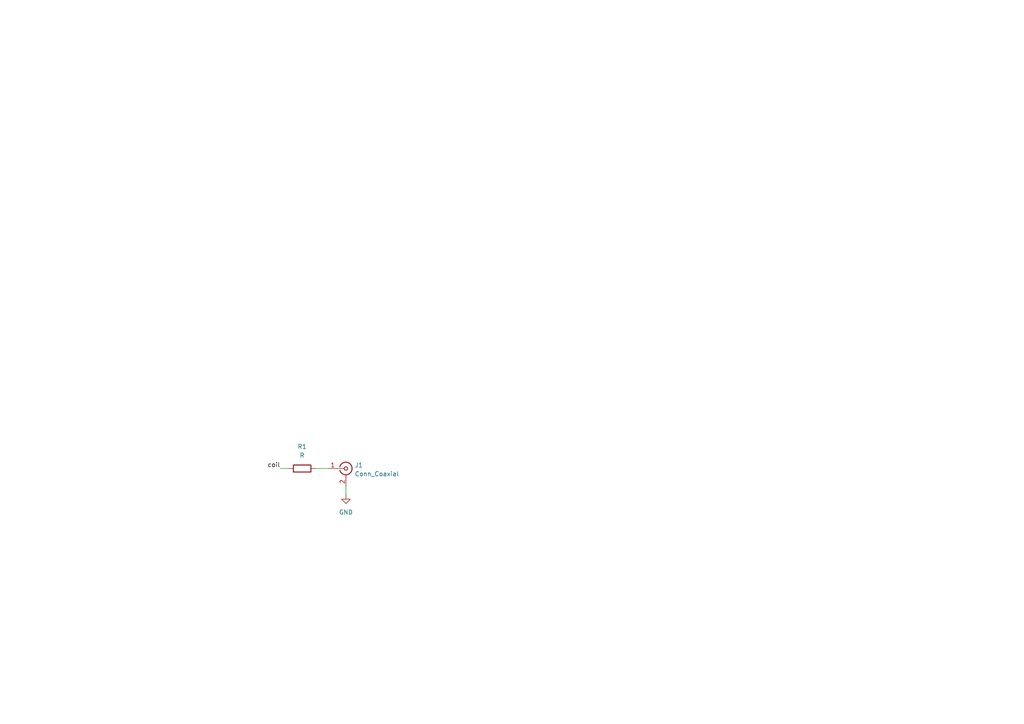
<source format=kicad_sch>
(kicad_sch (version 20211123) (generator eeschema)
  (paper "A4")
  (lib_symbols
    (symbol "Connector:Conn_Coaxial" (pin_names (offset 1.016) hide)
      (property "Reference" "J" (at 0.254 3.048 0))
      (property "Value" "Conn_Coaxial" (at 2.921 0 90))
      (symbol "Conn_Coaxial_0_1"
        (arc (start -1.778 -0.508) (mid 0.2311 -1.8066) (end 1.778 0) (stroke (width 0.254)))
        (polyline (pts (xy -2.54 0) (xy -0.508 0)))
        (polyline (pts (xy 0 -2.54) (xy 0 -1.778)))
        (circle (center 0 0) (radius 0.508) (stroke (width 0.2032)))
        (arc (start 1.778 0) (mid 0.2099 1.8101) (end -1.778 0.508) (stroke (width 0.254)))
      )
      (symbol "Conn_Coaxial_1_1"
        (pin passive line (at -5.08 0 0) (length 2.54) (name "In") (number "1"))
        (pin passive line (at 0 -5.08 90) (length 2.54) (name "Ext") (number "2"))
      )
    )
    (symbol "Device:R" (pin_numbers hide) (pin_names (offset 0))
      (property "Reference" "R" (at 2.032 0 90))
      (property "Value" "R" (at 0 0 90))
      (symbol "R_0_1"
        (rectangle (start -1.016 -2.54) (end 1.016 2.54) (stroke (width 0.254)))
      )
      (symbol "R_1_1"
        (pin passive line (at 0 3.81 270) (length 1.27) (name "~") (number "1"))
        (pin passive line (at 0 -3.81 90) (length 1.27) (name "~") (number "2"))
      )
    )
    (symbol "power:GND" (power) (pin_names (offset 0))
      (property "Value" "GND" (at 0 -3.81 0))
      (symbol "GND_0_1"
        (polyline (pts (xy 0 0) (xy 0 -1.27) (xy 1.27 -1.27) (xy 0 -2.54) (xy -1.27 -1.27) (xy 0 -1.27)))
      )
      (symbol "GND_1_1"
        (pin power_in line (at 0 0 270) (length 0) hide (name "GND") (number "1"))
      )
    )
  )
  (wire (pts (xy 91.44 135.89) (xy 95.25 135.89)))
  (wire (pts (xy 100.33 140.97) (xy 100.33 143.51)))
  (wire (pts (xy 81.28 135.89) (xy 83.82 135.89)))
  (label "coil" (at 81.28 135.89 180))
  (symbol (lib_id "Device:R") (at 87.63 135.89 90) (unit 1)
    (property "Reference" "R1" (at 87.63 129.54 90))
    (property "Value" "R" (at 87.63 132.08 90))
    (property "Footprint" "Resistor_SMD:R_1206_3216Metric_Pad1.30x1.75mm_HandSolder" (effects hide))
  )
  (symbol (lib_id "power:GND") (at 100.33 143.51 0) (unit 1)
    (property "Reference" "#PWR0101" (effects hide))
    (property "Value" "GND" (at 100.33 148.59 0))
  )
  (symbol (lib_id "Connector:Conn_Coaxial") (at 100.33 135.89 0) (unit 1)
    (property "Reference" "J1" (at 102.87 134.9131 0) (effects (justify left)))
    (property "Value" "Conn_Coaxial" (at 102.87 137.4531 0) (effects (justify left)))
    (property "Footprint" "Connector_Coaxial:U.FL_Hirose_U.FL-R-SMT-1_Vertical" (effects hide))
    (property "Datasheet" " ~" (effects hide))
  )
)
</source>
